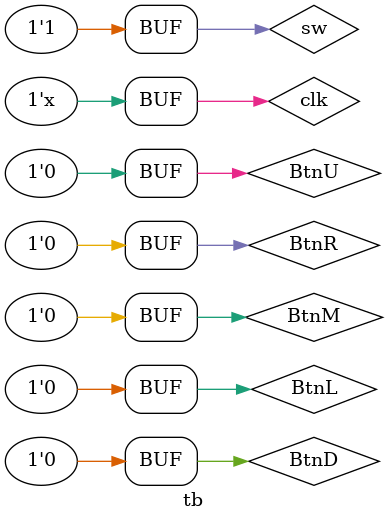
<source format=v>
`timescale 1ns / 1ps


module tb;

	// Inputs
	reg clk;
	reg BtnU;
	reg BtnD;
	reg BtnL;
	reg BtnR;
	reg BtnM;
  reg sw;

	// Outputs
	wire hsync;
	wire vsync;
	wire [7:0] rgb;

	// Instantiate the Unit Under Test (UUT)
	main uut (
		.clk(clk), 
		.BtnU(BtnU), 
		.BtnD(BtnD), 
		.BtnL(BtnL), 
		.BtnR(BtnR), 
		.BtnM(BtnM), 
		.hsync(hsync), 
		.vsync(vsync), 
		.rgb(rgb),
    .sw(sw)
	);

	initial begin
		// Initialize Inputs
		clk = 0;
		BtnU = 0;
		BtnD = 0;
		BtnL = 0;
		BtnR = 0;
		BtnM = 0;
    sw = 1;

		// Wait 100 ns for global reset to finish
		#1000000;
    sw = 0;
    #10000
    sw = 1;

		// Add stimulus here

	end
  
  always #5 clk = ~clk;
      
endmodule


</source>
